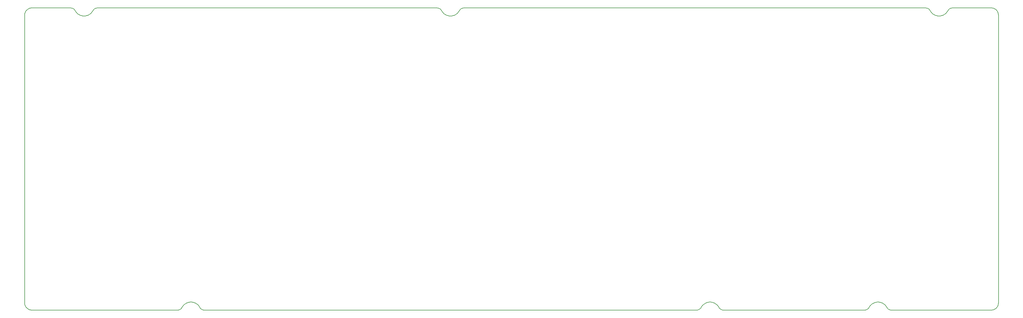
<source format=gbr>
G04 #@! TF.GenerationSoftware,KiCad,Pcbnew,(6.0.4)*
G04 #@! TF.CreationDate,2022-04-01T19:29:57+02:00*
G04 #@! TF.ProjectId,pcb,7063622e-6b69-4636-9164-5f7063625858,rev?*
G04 #@! TF.SameCoordinates,Original*
G04 #@! TF.FileFunction,Profile,NP*
%FSLAX46Y46*%
G04 Gerber Fmt 4.6, Leading zero omitted, Abs format (unit mm)*
G04 Created by KiCad (PCBNEW (6.0.4)) date 2022-04-01 19:29:57*
%MOMM*%
%LPD*%
G01*
G04 APERTURE LIST*
%ADD10C,0.200000*%
G04 #@! TA.AperFunction,Profile*
%ADD11C,0.200000*%
G04 #@! TD*
G04 APERTURE END LIST*
D10*
X285750264Y-3024995D02*
X285969113Y-3017410D01*
X286185041Y-2994915D01*
X286397408Y-2957898D01*
X286605575Y-2906745D01*
X286808904Y-2841845D01*
X287006754Y-2763585D01*
X287198487Y-2672352D01*
X287383464Y-2568534D01*
X287561045Y-2452519D01*
X287730591Y-2324694D01*
X287891462Y-2185447D01*
X288043021Y-2035166D01*
X288184627Y-1874237D01*
X288315641Y-1703048D01*
X288435425Y-1521988D01*
X288543339Y-1331444D01*
X130557043Y-1331444D02*
X130664956Y-1521988D01*
X130784740Y-1703048D01*
X130915754Y-1874237D01*
X131057360Y-2035166D01*
X131208919Y-2185447D01*
X131369790Y-2324694D01*
X131539336Y-2452519D01*
X131716917Y-2568534D01*
X131901894Y-2672352D01*
X132093627Y-2763585D01*
X132291477Y-2841845D01*
X132494806Y-2906745D01*
X132702973Y-2957898D01*
X132915340Y-2994915D01*
X133131268Y-3017410D01*
X133350118Y-3024995D01*
D11*
X302025279Y-524991D02*
X289873373Y-524991D01*
X48264431Y-94725081D02*
X2774994Y-94725081D01*
D10*
X1184002Y-94066071D02*
X1349037Y-94215535D01*
X1526691Y-94347054D01*
X1715489Y-94460016D01*
X1913955Y-94553809D01*
X2120614Y-94627824D01*
X2333990Y-94681448D01*
X2552608Y-94714070D01*
X2774994Y-94725081D01*
X524992Y-92475079D02*
X536002Y-92697464D01*
X568624Y-92916082D01*
X622248Y-93129458D01*
X696263Y-93336117D01*
X790056Y-93534583D01*
X903018Y-93723381D01*
X1034537Y-93901035D01*
X1184002Y-94066071D01*
D11*
X14926900Y-524991D02*
X2774994Y-524991D01*
X270823355Y-94725081D02*
X302025279Y-94725081D01*
D10*
X302025279Y-94725081D02*
X302247664Y-94714070D01*
X302466282Y-94681448D01*
X302679658Y-94627824D01*
X302886317Y-94553809D01*
X303084783Y-94460016D01*
X303273581Y-94347054D01*
X303451235Y-94215535D01*
X303616271Y-94066071D01*
X303616271Y-1184002D02*
X303451235Y-1034537D01*
X303273581Y-903018D01*
X303084783Y-790056D01*
X302886317Y-696262D01*
X302679658Y-622247D01*
X302466282Y-568623D01*
X302247664Y-536001D01*
X302025279Y-524991D01*
X19050010Y-3024995D02*
X19268859Y-3017410D01*
X19484787Y-2994915D01*
X19697154Y-2957898D01*
X19905321Y-2906745D01*
X20108650Y-2841845D01*
X20306500Y-2763585D01*
X20498233Y-2672352D01*
X20683210Y-2568534D01*
X20860791Y-2452519D01*
X21030337Y-2324694D01*
X21191208Y-2185447D01*
X21342767Y-2035166D01*
X21484373Y-1874237D01*
X21615387Y-1703048D01*
X21735171Y-1521988D01*
X21843085Y-1331444D01*
X303616271Y-94066071D02*
X303765735Y-93901035D01*
X303897254Y-93723381D01*
X304010216Y-93534583D01*
X304104009Y-93336117D01*
X304178024Y-93129458D01*
X304231648Y-92916082D01*
X304264270Y-92697464D01*
X304275281Y-92475079D01*
D11*
X210189586Y-94725081D02*
X56510650Y-94725081D01*
D10*
X262577136Y-94725081D02*
X262784172Y-94710757D01*
X262984427Y-94668771D01*
X263175464Y-94600600D01*
X263354850Y-94507719D01*
X263520148Y-94391604D01*
X263668925Y-94253733D01*
X263798744Y-94095582D01*
X263907171Y-93918628D01*
X210189586Y-94725081D02*
X210396622Y-94710757D01*
X210596877Y-94668771D01*
X210787914Y-94600600D01*
X210967300Y-94507719D01*
X211132598Y-94391604D01*
X211281375Y-94253733D01*
X211411194Y-94095582D01*
X211519621Y-93918628D01*
X282957189Y-1331444D02*
X283065102Y-1521988D01*
X283184885Y-1703048D01*
X283315900Y-1874237D01*
X283457505Y-2035166D01*
X283609064Y-2185447D01*
X283769936Y-2324694D01*
X283939482Y-2452519D01*
X284117062Y-2568534D01*
X284302039Y-2672352D01*
X284493772Y-2763585D01*
X284691622Y-2841845D01*
X284894951Y-2906745D01*
X285103119Y-2957898D01*
X285315486Y-2994915D01*
X285531414Y-3017410D01*
X285750264Y-3024995D01*
X56510650Y-94725081D02*
X56303613Y-94710757D01*
X56103358Y-94668771D01*
X55912320Y-94600600D01*
X55732934Y-94507719D01*
X55567636Y-94391604D01*
X55418860Y-94253733D01*
X55289040Y-94095582D01*
X55180614Y-93918628D01*
X55180616Y-93918629D02*
X55072702Y-93728084D01*
X54952919Y-93547024D01*
X54821904Y-93375835D01*
X54680299Y-93214907D01*
X54528740Y-93064625D01*
X54367868Y-92925378D01*
X54198323Y-92797553D01*
X54020742Y-92681538D01*
X53835765Y-92577721D01*
X53644032Y-92486488D01*
X53446182Y-92408228D01*
X53242853Y-92343327D01*
X53034686Y-92292175D01*
X52822319Y-92255157D01*
X52606391Y-92232663D01*
X52387542Y-92225079D01*
D11*
X235350216Y-94725081D02*
X218435805Y-94725081D01*
D10*
X137473227Y-524991D02*
X137266190Y-539314D01*
X137065935Y-581300D01*
X136874898Y-649471D01*
X136695512Y-742352D01*
X136530214Y-858467D01*
X136381437Y-996338D01*
X136251618Y-1154489D01*
X136143192Y-1331444D01*
X218435805Y-94725081D02*
X218228768Y-94710757D01*
X218028513Y-94668771D01*
X217837475Y-94600600D01*
X217658089Y-94507719D01*
X217492791Y-94391604D01*
X217344015Y-94253733D01*
X217214195Y-94095582D01*
X217105769Y-93918628D01*
X52387542Y-92225079D02*
X52168692Y-92232663D01*
X51952764Y-92255157D01*
X51740397Y-92292174D01*
X51532230Y-92343327D01*
X51328901Y-92408227D01*
X51131051Y-92486487D01*
X50939318Y-92577720D01*
X50754341Y-92681538D01*
X50576760Y-92797553D01*
X50407214Y-92925377D01*
X50246343Y-93064624D01*
X50094784Y-93214906D01*
X49953178Y-93375835D01*
X49822164Y-93547023D01*
X49702380Y-93728083D01*
X49594467Y-93918628D01*
D11*
X235350216Y-94725081D02*
X250425230Y-94725081D01*
D10*
X23173119Y-524991D02*
X22966082Y-539314D01*
X22765827Y-581300D01*
X22574789Y-649471D01*
X22395403Y-742352D01*
X22230105Y-858467D01*
X22081329Y-996338D01*
X21951509Y-1154489D01*
X21843083Y-1331444D01*
D11*
X129227009Y-524991D02*
X23173119Y-524991D01*
D10*
X16256935Y-1331444D02*
X16364848Y-1521988D01*
X16484631Y-1703048D01*
X16615646Y-1874237D01*
X16757251Y-2035166D01*
X16908810Y-2185447D01*
X17069682Y-2324694D01*
X17239228Y-2452519D01*
X17416808Y-2568534D01*
X17601785Y-2672352D01*
X17793518Y-2763585D01*
X17991368Y-2841845D01*
X18194697Y-2906745D01*
X18402865Y-2957898D01*
X18615232Y-2994915D01*
X18831160Y-3017410D01*
X19050010Y-3024995D01*
X266700246Y-92225079D02*
X266481396Y-92232663D01*
X266265468Y-92255157D01*
X266053101Y-92292174D01*
X265844934Y-92343327D01*
X265641605Y-92408227D01*
X265443755Y-92486487D01*
X265252022Y-92577720D01*
X265067045Y-92681538D01*
X264889464Y-92797553D01*
X264719919Y-92925377D01*
X264559047Y-93064624D01*
X264407488Y-93214906D01*
X264265883Y-93375835D01*
X264134868Y-93547023D01*
X264015085Y-93728083D01*
X263907172Y-93918628D01*
X130557044Y-1331444D02*
X130448617Y-1154489D01*
X130318798Y-996338D01*
X130170021Y-858467D01*
X130004723Y-742352D01*
X129825337Y-649471D01*
X129634300Y-581300D01*
X129434045Y-539314D01*
X129227009Y-524991D01*
X304275281Y-2774993D02*
X304264270Y-2552608D01*
X304231648Y-2333989D01*
X304178024Y-2120613D01*
X304104009Y-1913955D01*
X304010216Y-1715489D01*
X303897254Y-1526691D01*
X303765735Y-1349037D01*
X303616271Y-1184002D01*
X2774994Y-524991D02*
X2552608Y-536001D01*
X2333990Y-568623D01*
X2120614Y-622247D01*
X1913955Y-696262D01*
X1715489Y-790056D01*
X1526691Y-903018D01*
X1349037Y-1034537D01*
X1184002Y-1184002D01*
D11*
X304275281Y-92475079D02*
X304275281Y-2774993D01*
X262577136Y-94725081D02*
X250425230Y-94725081D01*
D10*
X1184002Y-1184002D02*
X1034537Y-1349037D01*
X903018Y-1526691D01*
X790056Y-1715489D01*
X696263Y-1913955D01*
X622248Y-2120613D01*
X568624Y-2333989D01*
X536002Y-2552608D01*
X524992Y-2774993D01*
X133350118Y-3024995D02*
X133568967Y-3017410D01*
X133784895Y-2994915D01*
X133997262Y-2957898D01*
X134205430Y-2906745D01*
X134408759Y-2841845D01*
X134606609Y-2763585D01*
X134798342Y-2672352D01*
X134983319Y-2568534D01*
X135160900Y-2452519D01*
X135330446Y-2324694D01*
X135491317Y-2185447D01*
X135642876Y-2035166D01*
X135784482Y-1874237D01*
X135915496Y-1703048D01*
X136035280Y-1521988D01*
X136143194Y-1331444D01*
X282957189Y-1331444D02*
X282848762Y-1154489D01*
X282718943Y-996338D01*
X282570166Y-858467D01*
X282404868Y-742352D01*
X282225482Y-649471D01*
X282034445Y-581300D01*
X281834190Y-539314D01*
X281627154Y-524991D01*
X269493319Y-93918629D02*
X269601746Y-94095583D01*
X269731565Y-94253734D01*
X269880341Y-94391605D01*
X270045640Y-94507719D01*
X270225026Y-94600600D01*
X270416063Y-94668772D01*
X270616318Y-94710757D01*
X270823355Y-94725081D01*
X214312696Y-92225079D02*
X214093846Y-92232663D01*
X213877918Y-92255157D01*
X213665551Y-92292174D01*
X213457384Y-92343327D01*
X213254055Y-92408227D01*
X213056205Y-92486487D01*
X212864472Y-92577720D01*
X212679495Y-92681538D01*
X212501914Y-92797553D01*
X212332369Y-92925377D01*
X212171497Y-93064624D01*
X212019938Y-93214906D01*
X211878333Y-93375835D01*
X211747318Y-93547023D01*
X211627535Y-93728083D01*
X211519622Y-93918628D01*
X16256935Y-1331444D02*
X16148508Y-1154489D01*
X16018689Y-996338D01*
X15869912Y-858467D01*
X15704614Y-742352D01*
X15525228Y-649471D01*
X15334191Y-581300D01*
X15133936Y-539314D01*
X14926900Y-524991D01*
D11*
X281627154Y-524991D02*
X137473227Y-524991D01*
X524992Y-92475079D02*
X524992Y-2774993D01*
D10*
X217105770Y-93918629D02*
X216997856Y-93728084D01*
X216878073Y-93547024D01*
X216747058Y-93375835D01*
X216605453Y-93214907D01*
X216453894Y-93064625D01*
X216293022Y-92925378D01*
X216123477Y-92797553D01*
X215945896Y-92681538D01*
X215760919Y-92577721D01*
X215569186Y-92486488D01*
X215371336Y-92408228D01*
X215168007Y-92343327D01*
X214959840Y-92292175D01*
X214747473Y-92255157D01*
X214531545Y-92232663D01*
X214312696Y-92225079D01*
X48264431Y-94725081D02*
X48471467Y-94710757D01*
X48671722Y-94668771D01*
X48862760Y-94600600D01*
X49042146Y-94507719D01*
X49207444Y-94391604D01*
X49356221Y-94253733D01*
X49486040Y-94095582D01*
X49594467Y-93918628D01*
X269493320Y-93918629D02*
X269385406Y-93728084D01*
X269265623Y-93547024D01*
X269134608Y-93375835D01*
X268993003Y-93214907D01*
X268841444Y-93064625D01*
X268680572Y-92925378D01*
X268511027Y-92797553D01*
X268333446Y-92681538D01*
X268148469Y-92577721D01*
X267956736Y-92486488D01*
X267758886Y-92408228D01*
X267555557Y-92343327D01*
X267347390Y-92292175D01*
X267135023Y-92255157D01*
X266919095Y-92232663D01*
X266700246Y-92225079D01*
X289873373Y-524991D02*
X289666336Y-539314D01*
X289466081Y-581300D01*
X289275043Y-649471D01*
X289095657Y-742352D01*
X288930359Y-858467D01*
X288781583Y-996338D01*
X288651763Y-1154489D01*
X288543337Y-1331444D01*
M02*

</source>
